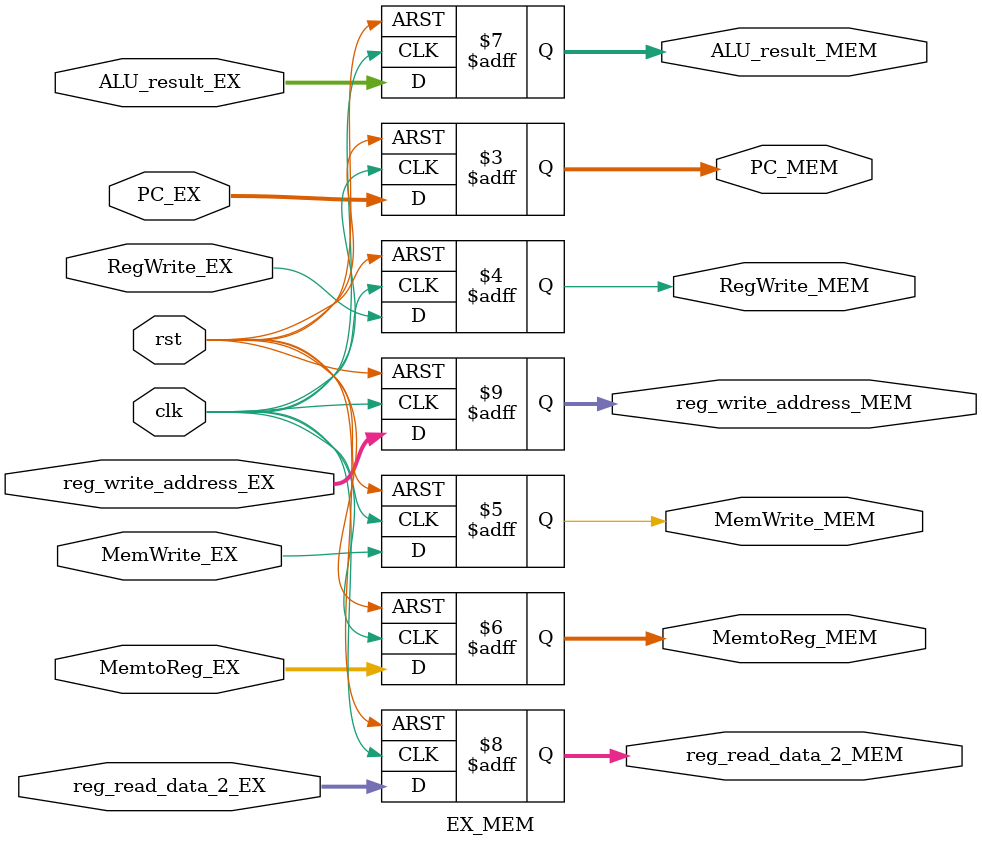
<source format=v>
`timescale 1ns/1ps
module EX_MEM (
    input clk ,
    input rst ,
    input RegWrite_EX ,
    input MemWrite_EX ,
    input [1 : 0] MemtoReg_EX ,
    input [31 : 0] ALU_result_EX ,
    input [31 : 0] reg_read_data_2_EX ,
    input [4 : 0] reg_write_address_EX ,
    input [31 : 0] PC_EX ,
    output reg [31 : 0] PC_MEM ,
    output reg RegWrite_MEM ,
    output reg MemWrite_MEM ,
    output reg [1 : 0] MemtoReg_MEM ,
    output reg [31 : 0] ALU_result_MEM ,
    output reg [31 : 0] reg_read_data_2_MEM ,
    output reg [4 : 0] reg_write_address_MEM 
    
); 

always @(posedge clk or posedge rst) begin
    
    if (rst == 1) begin
        RegWrite_MEM <= 0 ;
        MemWrite_MEM <= 0 ;
        MemtoReg_MEM <= 0 ;
        ALU_result_MEM <= 0 ;
        reg_read_data_2_MEM <= 0 ;
        reg_write_address_MEM <= 0 ;
        PC_MEM <= 0 ;
    end

    else begin
        RegWrite_MEM <= RegWrite_EX ;
        MemWrite_MEM <= MemWrite_EX ;
        MemtoReg_MEM <= MemtoReg_EX ;
        ALU_result_MEM <= ALU_result_EX ;
        reg_read_data_2_MEM <= reg_read_data_2_EX ;
        reg_write_address_MEM <= reg_write_address_EX ;     
        PC_MEM <= PC_EX ;   
    end

end

endmodule //EX_MEM
</source>
